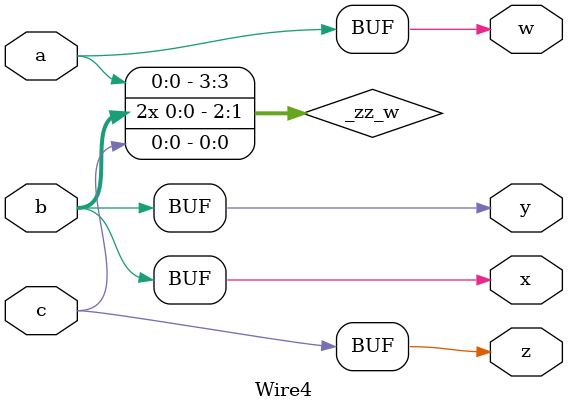
<source format=v>

`timescale 1ns/1ps 

module Wire4 (
  input      [0:0]    a,
  input      [0:0]    b,
  input      [0:0]    c,
  output     [0:0]    w,
  output     [0:0]    x,
  output     [0:0]    y,
  output     [0:0]    z
);

  wire       [3:0]    _zz_w;

  assign _zz_w = {{{a,b},b},c};
  assign z = _zz_w[0 : 0];
  assign y = _zz_w[1 : 1];
  assign x = _zz_w[2 : 2];
  assign w = _zz_w[3 : 3];

endmodule

</source>
